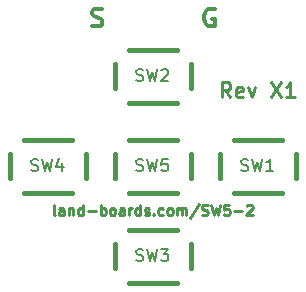
<source format=gto>
G04 (created by PCBNEW (2013-05-31 BZR 4019)-stable) date 7/9/2014 9:45:12 PM*
%MOIN*%
G04 Gerber Fmt 3.4, Leading zero omitted, Abs format*
%FSLAX34Y34*%
G01*
G70*
G90*
G04 APERTURE LIST*
%ADD10C,0.00590551*%
%ADD11C,0.00875*%
%ADD12C,0.011811*%
%ADD13C,0.015*%
%ADD14C,0.008*%
G04 APERTURE END LIST*
G54D10*
G54D11*
X63083Y-48202D02*
X62916Y-47964D01*
X62797Y-48202D02*
X62797Y-47702D01*
X62988Y-47702D01*
X63035Y-47726D01*
X63059Y-47750D01*
X63083Y-47797D01*
X63083Y-47869D01*
X63059Y-47916D01*
X63035Y-47940D01*
X62988Y-47964D01*
X62797Y-47964D01*
X63488Y-48178D02*
X63440Y-48202D01*
X63345Y-48202D01*
X63297Y-48178D01*
X63273Y-48130D01*
X63273Y-47940D01*
X63297Y-47892D01*
X63345Y-47869D01*
X63440Y-47869D01*
X63488Y-47892D01*
X63511Y-47940D01*
X63511Y-47988D01*
X63273Y-48035D01*
X63678Y-47869D02*
X63797Y-48202D01*
X63916Y-47869D01*
X64440Y-47702D02*
X64773Y-48202D01*
X64773Y-47702D02*
X64440Y-48202D01*
X65226Y-48202D02*
X64940Y-48202D01*
X65083Y-48202D02*
X65083Y-47702D01*
X65035Y-47773D01*
X64988Y-47821D01*
X64940Y-47845D01*
X57241Y-52141D02*
X57208Y-52125D01*
X57191Y-52091D01*
X57191Y-51791D01*
X57525Y-52141D02*
X57525Y-51958D01*
X57508Y-51925D01*
X57475Y-51908D01*
X57408Y-51908D01*
X57375Y-51925D01*
X57525Y-52125D02*
X57491Y-52141D01*
X57408Y-52141D01*
X57375Y-52125D01*
X57358Y-52091D01*
X57358Y-52058D01*
X57375Y-52025D01*
X57408Y-52008D01*
X57491Y-52008D01*
X57525Y-51991D01*
X57691Y-51908D02*
X57691Y-52141D01*
X57691Y-51941D02*
X57708Y-51925D01*
X57741Y-51908D01*
X57791Y-51908D01*
X57825Y-51925D01*
X57841Y-51958D01*
X57841Y-52141D01*
X58158Y-52141D02*
X58158Y-51791D01*
X58158Y-52125D02*
X58125Y-52141D01*
X58058Y-52141D01*
X58025Y-52125D01*
X58008Y-52108D01*
X57991Y-52075D01*
X57991Y-51975D01*
X58008Y-51941D01*
X58025Y-51925D01*
X58058Y-51908D01*
X58125Y-51908D01*
X58158Y-51925D01*
X58325Y-52008D02*
X58591Y-52008D01*
X58758Y-52141D02*
X58758Y-51791D01*
X58758Y-51925D02*
X58791Y-51908D01*
X58858Y-51908D01*
X58891Y-51925D01*
X58908Y-51941D01*
X58925Y-51975D01*
X58925Y-52075D01*
X58908Y-52108D01*
X58891Y-52125D01*
X58858Y-52141D01*
X58791Y-52141D01*
X58758Y-52125D01*
X59125Y-52141D02*
X59091Y-52125D01*
X59075Y-52108D01*
X59058Y-52075D01*
X59058Y-51975D01*
X59075Y-51941D01*
X59091Y-51925D01*
X59125Y-51908D01*
X59175Y-51908D01*
X59208Y-51925D01*
X59225Y-51941D01*
X59241Y-51975D01*
X59241Y-52075D01*
X59225Y-52108D01*
X59208Y-52125D01*
X59175Y-52141D01*
X59125Y-52141D01*
X59541Y-52141D02*
X59541Y-51958D01*
X59525Y-51925D01*
X59491Y-51908D01*
X59425Y-51908D01*
X59391Y-51925D01*
X59541Y-52125D02*
X59508Y-52141D01*
X59425Y-52141D01*
X59391Y-52125D01*
X59375Y-52091D01*
X59375Y-52058D01*
X59391Y-52025D01*
X59425Y-52008D01*
X59508Y-52008D01*
X59541Y-51991D01*
X59708Y-52141D02*
X59708Y-51908D01*
X59708Y-51975D02*
X59725Y-51941D01*
X59741Y-51925D01*
X59775Y-51908D01*
X59808Y-51908D01*
X60075Y-52141D02*
X60075Y-51791D01*
X60075Y-52125D02*
X60041Y-52141D01*
X59975Y-52141D01*
X59941Y-52125D01*
X59925Y-52108D01*
X59908Y-52075D01*
X59908Y-51975D01*
X59925Y-51941D01*
X59941Y-51925D01*
X59975Y-51908D01*
X60041Y-51908D01*
X60075Y-51925D01*
X60224Y-52125D02*
X60258Y-52141D01*
X60324Y-52141D01*
X60358Y-52125D01*
X60374Y-52091D01*
X60374Y-52075D01*
X60358Y-52041D01*
X60324Y-52025D01*
X60274Y-52025D01*
X60241Y-52008D01*
X60224Y-51975D01*
X60224Y-51958D01*
X60241Y-51925D01*
X60274Y-51908D01*
X60324Y-51908D01*
X60358Y-51925D01*
X60525Y-52108D02*
X60541Y-52125D01*
X60525Y-52141D01*
X60508Y-52125D01*
X60525Y-52108D01*
X60525Y-52141D01*
X60841Y-52125D02*
X60808Y-52141D01*
X60741Y-52141D01*
X60708Y-52125D01*
X60691Y-52108D01*
X60674Y-52075D01*
X60674Y-51975D01*
X60691Y-51941D01*
X60708Y-51925D01*
X60741Y-51908D01*
X60808Y-51908D01*
X60841Y-51925D01*
X61041Y-52141D02*
X61008Y-52125D01*
X60991Y-52108D01*
X60974Y-52075D01*
X60974Y-51975D01*
X60991Y-51941D01*
X61008Y-51925D01*
X61041Y-51908D01*
X61091Y-51908D01*
X61124Y-51925D01*
X61141Y-51941D01*
X61158Y-51975D01*
X61158Y-52075D01*
X61141Y-52108D01*
X61124Y-52125D01*
X61091Y-52141D01*
X61041Y-52141D01*
X61308Y-52141D02*
X61308Y-51908D01*
X61308Y-51941D02*
X61324Y-51925D01*
X61358Y-51908D01*
X61408Y-51908D01*
X61441Y-51925D01*
X61458Y-51958D01*
X61458Y-52141D01*
X61458Y-51958D02*
X61474Y-51925D01*
X61508Y-51908D01*
X61558Y-51908D01*
X61591Y-51925D01*
X61608Y-51958D01*
X61608Y-52141D01*
X62024Y-51775D02*
X61724Y-52225D01*
X62124Y-52125D02*
X62174Y-52141D01*
X62258Y-52141D01*
X62291Y-52125D01*
X62308Y-52108D01*
X62324Y-52075D01*
X62324Y-52041D01*
X62308Y-52008D01*
X62291Y-51991D01*
X62258Y-51975D01*
X62191Y-51958D01*
X62158Y-51941D01*
X62141Y-51925D01*
X62124Y-51891D01*
X62124Y-51858D01*
X62141Y-51825D01*
X62158Y-51808D01*
X62191Y-51791D01*
X62274Y-51791D01*
X62324Y-51808D01*
X62441Y-51791D02*
X62524Y-52141D01*
X62591Y-51891D01*
X62658Y-52141D01*
X62741Y-51791D01*
X63041Y-51791D02*
X62874Y-51791D01*
X62858Y-51958D01*
X62874Y-51941D01*
X62908Y-51925D01*
X62991Y-51925D01*
X63024Y-51941D01*
X63041Y-51958D01*
X63058Y-51991D01*
X63058Y-52075D01*
X63041Y-52108D01*
X63024Y-52125D01*
X62991Y-52141D01*
X62908Y-52141D01*
X62874Y-52125D01*
X62858Y-52108D01*
X63208Y-52008D02*
X63474Y-52008D01*
X63624Y-51825D02*
X63641Y-51808D01*
X63674Y-51791D01*
X63758Y-51791D01*
X63791Y-51808D01*
X63808Y-51825D01*
X63824Y-51858D01*
X63824Y-51891D01*
X63808Y-51941D01*
X63608Y-52141D01*
X63824Y-52141D01*
G54D12*
X58481Y-45810D02*
X58565Y-45839D01*
X58706Y-45839D01*
X58762Y-45810D01*
X58790Y-45782D01*
X58818Y-45726D01*
X58818Y-45670D01*
X58790Y-45614D01*
X58762Y-45585D01*
X58706Y-45557D01*
X58593Y-45529D01*
X58537Y-45501D01*
X58509Y-45473D01*
X58481Y-45417D01*
X58481Y-45360D01*
X58509Y-45304D01*
X58537Y-45276D01*
X58593Y-45248D01*
X58734Y-45248D01*
X58818Y-45276D01*
X62554Y-45276D02*
X62498Y-45248D01*
X62414Y-45248D01*
X62329Y-45276D01*
X62273Y-45332D01*
X62245Y-45389D01*
X62217Y-45501D01*
X62217Y-45585D01*
X62245Y-45698D01*
X62273Y-45754D01*
X62329Y-45810D01*
X62414Y-45839D01*
X62470Y-45839D01*
X62554Y-45810D01*
X62582Y-45782D01*
X62582Y-45585D01*
X62470Y-45585D01*
G54D13*
X65280Y-50894D02*
X65280Y-50106D01*
X64787Y-49614D02*
X63213Y-49614D01*
X62720Y-50894D02*
X62720Y-50205D01*
X62720Y-50205D02*
X62720Y-50106D01*
X64787Y-51386D02*
X63213Y-51386D01*
X61780Y-47894D02*
X61780Y-47106D01*
X61287Y-46614D02*
X59713Y-46614D01*
X59220Y-47894D02*
X59220Y-47205D01*
X59220Y-47205D02*
X59220Y-47106D01*
X61287Y-48386D02*
X59713Y-48386D01*
X61780Y-53894D02*
X61780Y-53106D01*
X61287Y-52614D02*
X59713Y-52614D01*
X59220Y-53894D02*
X59220Y-53205D01*
X59220Y-53205D02*
X59220Y-53106D01*
X61287Y-54386D02*
X59713Y-54386D01*
X58280Y-50894D02*
X58280Y-50106D01*
X57787Y-49614D02*
X56213Y-49614D01*
X55720Y-50894D02*
X55720Y-50205D01*
X55720Y-50205D02*
X55720Y-50106D01*
X57787Y-51386D02*
X56213Y-51386D01*
X61780Y-50894D02*
X61780Y-50106D01*
X61287Y-49614D02*
X59713Y-49614D01*
X59220Y-50894D02*
X59220Y-50205D01*
X59220Y-50205D02*
X59220Y-50106D01*
X61287Y-51386D02*
X59713Y-51386D01*
G54D14*
X63446Y-50642D02*
X63503Y-50661D01*
X63599Y-50661D01*
X63637Y-50642D01*
X63656Y-50623D01*
X63675Y-50585D01*
X63675Y-50547D01*
X63656Y-50509D01*
X63637Y-50490D01*
X63599Y-50471D01*
X63522Y-50452D01*
X63484Y-50433D01*
X63465Y-50414D01*
X63446Y-50376D01*
X63446Y-50338D01*
X63465Y-50300D01*
X63484Y-50280D01*
X63522Y-50261D01*
X63618Y-50261D01*
X63675Y-50280D01*
X63808Y-50261D02*
X63903Y-50661D01*
X63980Y-50376D01*
X64056Y-50661D01*
X64151Y-50261D01*
X64513Y-50661D02*
X64284Y-50661D01*
X64399Y-50661D02*
X64399Y-50261D01*
X64360Y-50319D01*
X64322Y-50357D01*
X64284Y-50376D01*
X59946Y-47642D02*
X60003Y-47661D01*
X60099Y-47661D01*
X60137Y-47642D01*
X60156Y-47623D01*
X60175Y-47585D01*
X60175Y-47547D01*
X60156Y-47509D01*
X60137Y-47490D01*
X60099Y-47471D01*
X60022Y-47452D01*
X59984Y-47433D01*
X59965Y-47414D01*
X59946Y-47376D01*
X59946Y-47338D01*
X59965Y-47300D01*
X59984Y-47280D01*
X60022Y-47261D01*
X60118Y-47261D01*
X60175Y-47280D01*
X60308Y-47261D02*
X60403Y-47661D01*
X60480Y-47376D01*
X60556Y-47661D01*
X60651Y-47261D01*
X60784Y-47300D02*
X60803Y-47280D01*
X60841Y-47261D01*
X60937Y-47261D01*
X60975Y-47280D01*
X60994Y-47300D01*
X61013Y-47338D01*
X61013Y-47376D01*
X60994Y-47433D01*
X60765Y-47661D01*
X61013Y-47661D01*
X59946Y-53642D02*
X60003Y-53661D01*
X60099Y-53661D01*
X60137Y-53642D01*
X60156Y-53623D01*
X60175Y-53585D01*
X60175Y-53547D01*
X60156Y-53509D01*
X60137Y-53490D01*
X60099Y-53471D01*
X60022Y-53452D01*
X59984Y-53433D01*
X59965Y-53414D01*
X59946Y-53376D01*
X59946Y-53338D01*
X59965Y-53300D01*
X59984Y-53280D01*
X60022Y-53261D01*
X60118Y-53261D01*
X60175Y-53280D01*
X60308Y-53261D02*
X60403Y-53661D01*
X60480Y-53376D01*
X60556Y-53661D01*
X60651Y-53261D01*
X60765Y-53261D02*
X61013Y-53261D01*
X60880Y-53414D01*
X60937Y-53414D01*
X60975Y-53433D01*
X60994Y-53452D01*
X61013Y-53490D01*
X61013Y-53585D01*
X60994Y-53623D01*
X60975Y-53642D01*
X60937Y-53661D01*
X60822Y-53661D01*
X60784Y-53642D01*
X60765Y-53623D01*
X56446Y-50642D02*
X56503Y-50661D01*
X56599Y-50661D01*
X56637Y-50642D01*
X56656Y-50623D01*
X56675Y-50585D01*
X56675Y-50547D01*
X56656Y-50509D01*
X56637Y-50490D01*
X56599Y-50471D01*
X56522Y-50452D01*
X56484Y-50433D01*
X56465Y-50414D01*
X56446Y-50376D01*
X56446Y-50338D01*
X56465Y-50300D01*
X56484Y-50280D01*
X56522Y-50261D01*
X56618Y-50261D01*
X56675Y-50280D01*
X56808Y-50261D02*
X56903Y-50661D01*
X56980Y-50376D01*
X57056Y-50661D01*
X57151Y-50261D01*
X57475Y-50395D02*
X57475Y-50661D01*
X57380Y-50242D02*
X57284Y-50528D01*
X57532Y-50528D01*
X59946Y-50642D02*
X60003Y-50661D01*
X60099Y-50661D01*
X60137Y-50642D01*
X60156Y-50623D01*
X60175Y-50585D01*
X60175Y-50547D01*
X60156Y-50509D01*
X60137Y-50490D01*
X60099Y-50471D01*
X60022Y-50452D01*
X59984Y-50433D01*
X59965Y-50414D01*
X59946Y-50376D01*
X59946Y-50338D01*
X59965Y-50300D01*
X59984Y-50280D01*
X60022Y-50261D01*
X60118Y-50261D01*
X60175Y-50280D01*
X60308Y-50261D02*
X60403Y-50661D01*
X60480Y-50376D01*
X60556Y-50661D01*
X60651Y-50261D01*
X60994Y-50261D02*
X60803Y-50261D01*
X60784Y-50452D01*
X60803Y-50433D01*
X60841Y-50414D01*
X60937Y-50414D01*
X60975Y-50433D01*
X60994Y-50452D01*
X61013Y-50490D01*
X61013Y-50585D01*
X60994Y-50623D01*
X60975Y-50642D01*
X60937Y-50661D01*
X60841Y-50661D01*
X60803Y-50642D01*
X60784Y-50623D01*
M02*

</source>
